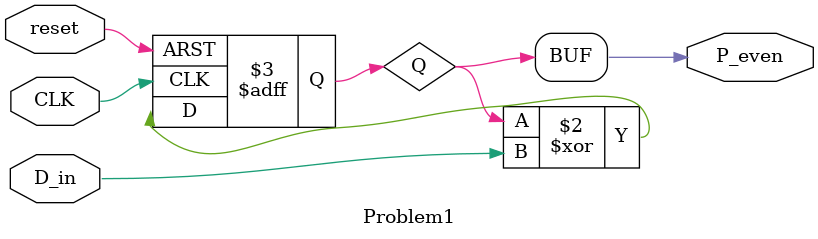
<source format=v>

module Problem1 (
    input  wire D_in,
    input  wire CLK,
    input  wire reset,
    output wire P_even
);

    reg Q;

    always @(posedge CLK or posedge reset) begin
        if (reset) begin
            Q <= 1'b1;          // start at EVEN → even parity output = 1
        end else begin
            Q <= Q ^ D_in;      // same toggle/hold rule
        end
    end

    assign P_even = Q;

endmodule

</source>
